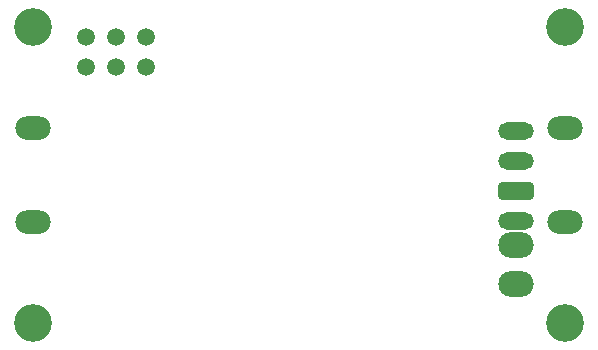
<source format=gbs>
G04 Layer_Color=16711935*
%FSAX44Y44*%
%MOMM*%
G71*
G01*
G75*
%ADD29C,1.5000*%
%ADD30O,3.0000X2.0000*%
%ADD31C,3.2000*%
G04:AMPARAMS|DCode=51|XSize=1.4732mm|YSize=3.0032mm|CornerRadius=0.7366mm|HoleSize=0mm|Usage=FLASHONLY|Rotation=90.000|XOffset=0mm|YOffset=0mm|HoleType=Round|Shape=RoundedRectangle|*
%AMROUNDEDRECTD51*
21,1,1.4732,1.5300,0,0,90.0*
21,1,0.0000,3.0032,0,0,90.0*
1,1,1.4732,0.7650,0.0000*
1,1,1.4732,0.7650,0.0000*
1,1,1.4732,-0.7650,0.0000*
1,1,1.4732,-0.7650,0.0000*
%
%ADD51ROUNDEDRECTD51*%
G04:AMPARAMS|DCode=52|XSize=1.4732mm|YSize=3.0032mm|CornerRadius=0.2604mm|HoleSize=0mm|Usage=FLASHONLY|Rotation=90.000|XOffset=0mm|YOffset=0mm|HoleType=Round|Shape=RoundedRectangle|*
%AMROUNDEDRECTD52*
21,1,1.4732,2.4825,0,0,90.0*
21,1,0.9525,3.0032,0,0,90.0*
1,1,0.5207,1.2412,0.4763*
1,1,0.5207,1.2412,-0.4763*
1,1,0.5207,-1.2412,-0.4763*
1,1,0.5207,-1.2412,0.4763*
%
%ADD52ROUNDEDRECTD52*%
%ADD53O,3.0032X2.2032*%
D29*
X10520934Y10810601D02*
D03*
X10495533D02*
D03*
X10470134D02*
D03*
Y10785200D02*
D03*
X10495533D02*
D03*
X10520934D02*
D03*
D30*
X10425000Y10734000D02*
D03*
Y10654000D02*
D03*
X10874974D02*
D03*
Y10734000D02*
D03*
D31*
Y10819000D02*
D03*
X10425000D02*
D03*
Y10569000D02*
D03*
X10874974D02*
D03*
D51*
X10833531Y10655571D02*
D03*
Y10706371D02*
D03*
Y10731771D02*
D03*
D52*
Y10680972D02*
D03*
D53*
Y10601627D02*
D03*
Y10634647D02*
D03*
M02*

</source>
